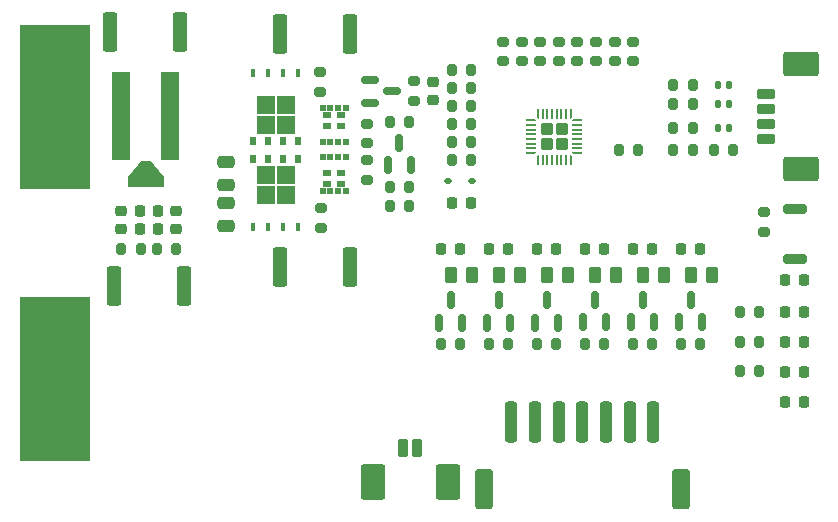
<source format=gbr>
%TF.GenerationSoftware,KiCad,Pcbnew,7.0.5*%
%TF.CreationDate,2023-06-27T23:48:29+08:00*%
%TF.ProjectId,BQ40Z80,42513430-5a38-4302-9e6b-696361645f70,rev?*%
%TF.SameCoordinates,Original*%
%TF.FileFunction,Paste,Top*%
%TF.FilePolarity,Positive*%
%FSLAX46Y46*%
G04 Gerber Fmt 4.6, Leading zero omitted, Abs format (unit mm)*
G04 Created by KiCad (PCBNEW 7.0.5) date 2023-06-27 23:48:29*
%MOMM*%
%LPD*%
G01*
G04 APERTURE LIST*
G04 Aperture macros list*
%AMRoundRect*
0 Rectangle with rounded corners*
0 $1 Rounding radius*
0 $2 $3 $4 $5 $6 $7 $8 $9 X,Y pos of 4 corners*
0 Add a 4 corners polygon primitive as box body*
4,1,4,$2,$3,$4,$5,$6,$7,$8,$9,$2,$3,0*
0 Add four circle primitives for the rounded corners*
1,1,$1+$1,$2,$3*
1,1,$1+$1,$4,$5*
1,1,$1+$1,$6,$7*
1,1,$1+$1,$8,$9*
0 Add four rect primitives between the rounded corners*
20,1,$1+$1,$2,$3,$4,$5,0*
20,1,$1+$1,$4,$5,$6,$7,0*
20,1,$1+$1,$6,$7,$8,$9,0*
20,1,$1+$1,$8,$9,$2,$3,0*%
%AMFreePoly0*
4,1,14,0.314644,0.085355,0.385355,0.014644,0.400000,-0.020711,0.400000,-0.050000,0.385355,-0.085355,0.350000,-0.100000,-0.350000,-0.100000,-0.385355,-0.085355,-0.400000,-0.050000,-0.400000,0.050000,-0.385355,0.085355,-0.350000,0.100000,0.279289,0.100000,0.314644,0.085355,0.314644,0.085355,$1*%
%AMFreePoly1*
4,1,14,0.385355,0.085355,0.400000,0.050000,0.400000,0.020711,0.385355,-0.014645,0.314644,-0.085355,0.279289,-0.100000,-0.350000,-0.100000,-0.385355,-0.085355,-0.400000,-0.050000,-0.400000,0.050000,-0.385355,0.085355,-0.350000,0.100000,0.350000,0.100000,0.385355,0.085355,0.385355,0.085355,$1*%
%AMFreePoly2*
4,1,14,0.085355,0.385355,0.100000,0.350000,0.100000,-0.350000,0.085355,-0.385355,0.050000,-0.400000,-0.050000,-0.400000,-0.085355,-0.385355,-0.100000,-0.350000,-0.100000,0.279289,-0.085355,0.314644,-0.014645,0.385355,0.020711,0.400000,0.050000,0.400000,0.085355,0.385355,0.085355,0.385355,$1*%
%AMFreePoly3*
4,1,14,0.014644,0.385355,0.085355,0.314644,0.100000,0.279289,0.100000,-0.350000,0.085355,-0.385355,0.050000,-0.400000,-0.050000,-0.400000,-0.085355,-0.385355,-0.100000,-0.350000,-0.100000,0.350000,-0.085355,0.385355,-0.050000,0.400000,-0.020711,0.400000,0.014644,0.385355,0.014644,0.385355,$1*%
%AMFreePoly4*
4,1,14,0.385355,0.085355,0.400000,0.050000,0.400000,-0.050000,0.385355,-0.085355,0.350000,-0.100000,-0.279289,-0.100000,-0.314645,-0.085355,-0.385355,-0.014644,-0.400000,0.020711,-0.400000,0.050000,-0.385355,0.085355,-0.350000,0.100000,0.350000,0.100000,0.385355,0.085355,0.385355,0.085355,$1*%
%AMFreePoly5*
4,1,14,0.385355,0.085355,0.400000,0.050000,0.400000,-0.050000,0.385355,-0.085355,0.350000,-0.100000,-0.350000,-0.100000,-0.385355,-0.085355,-0.400000,-0.050000,-0.400000,-0.020711,-0.385355,0.014644,-0.314645,0.085355,-0.279289,0.100000,0.350000,0.100000,0.385355,0.085355,0.385355,0.085355,$1*%
%AMFreePoly6*
4,1,14,0.085355,0.385355,0.100000,0.350000,0.100000,-0.279289,0.085355,-0.314645,0.014644,-0.385355,-0.020711,-0.400000,-0.050000,-0.400000,-0.085355,-0.385355,-0.100000,-0.350000,-0.100000,0.350000,-0.085355,0.385355,-0.050000,0.400000,0.050000,0.400000,0.085355,0.385355,0.085355,0.385355,$1*%
%AMFreePoly7*
4,1,14,0.085355,0.385355,0.100000,0.350000,0.100000,-0.350000,0.085355,-0.385355,0.050000,-0.400000,0.020711,-0.400000,-0.014645,-0.385355,-0.085355,-0.314644,-0.100000,-0.279289,-0.100000,0.350000,-0.085355,0.385355,-0.050000,0.400000,0.050000,0.400000,0.085355,0.385355,0.085355,0.385355,$1*%
%AMFreePoly8*
4,1,13,3.742426,0.742426,3.760000,0.700000,3.760000,-0.700000,3.742426,-0.742426,3.700000,-0.760000,-3.700000,-0.760000,-3.742426,-0.742426,-3.760000,-0.700000,-3.760000,0.700000,-3.742426,0.742426,-3.700000,0.760000,3.700000,0.760000,3.742426,0.742426,3.742426,0.742426,$1*%
%AMFreePoly9*
4,1,27,-0.306292,1.552250,-0.286916,1.546364,1.113084,0.396364,1.114550,0.393617,1.117426,0.392426,1.125176,0.373715,1.134713,0.355854,1.133808,0.352876,1.135000,0.350000,1.135000,-0.350000,1.133808,-0.352876,1.134713,-0.355854,1.125176,-0.373715,1.117426,-0.392426,1.114550,-0.393617,1.113084,-0.396364,-0.286916,-1.546364,-0.306292,-1.552250,-0.325000,-1.560000,-1.075000,-1.560000,
-1.117426,-1.542426,-1.135000,-1.500000,-1.135000,1.500000,-1.117426,1.542426,-1.075000,1.560000,-0.325000,1.560000,-0.306292,1.552250,-0.306292,1.552250,$1*%
G04 Aperture macros list end*
%ADD10RoundRect,0.200000X0.275000X-0.200000X0.275000X0.200000X-0.275000X0.200000X-0.275000X-0.200000X0*%
%ADD11R,6.000000X14.000000*%
%ADD12RoundRect,0.200000X0.200000X0.275000X-0.200000X0.275000X-0.200000X-0.275000X0.200000X-0.275000X0*%
%ADD13RoundRect,0.250000X-0.362500X-1.425000X0.362500X-1.425000X0.362500X1.425000X-0.362500X1.425000X0*%
%ADD14RoundRect,0.200000X-0.275000X0.200000X-0.275000X-0.200000X0.275000X-0.200000X0.275000X0.200000X0*%
%ADD15RoundRect,0.250000X-0.262500X-0.450000X0.262500X-0.450000X0.262500X0.450000X-0.262500X0.450000X0*%
%ADD16RoundRect,0.218750X-0.218750X-0.256250X0.218750X-0.256250X0.218750X0.256250X-0.218750X0.256250X0*%
%ADD17RoundRect,0.225000X-0.225000X-0.250000X0.225000X-0.250000X0.225000X0.250000X-0.225000X0.250000X0*%
%ADD18RoundRect,0.200000X0.600000X-0.200000X0.600000X0.200000X-0.600000X0.200000X-0.600000X-0.200000X0*%
%ADD19RoundRect,0.250001X1.249999X-0.799999X1.249999X0.799999X-1.249999X0.799999X-1.249999X-0.799999X0*%
%ADD20RoundRect,0.200000X-0.200000X-0.275000X0.200000X-0.275000X0.200000X0.275000X-0.200000X0.275000X0*%
%ADD21RoundRect,0.147500X0.147500X0.172500X-0.147500X0.172500X-0.147500X-0.172500X0.147500X-0.172500X0*%
%ADD22RoundRect,0.225000X0.225000X0.250000X-0.225000X0.250000X-0.225000X-0.250000X0.225000X-0.250000X0*%
%ADD23RoundRect,0.150000X0.150000X-0.587500X0.150000X0.587500X-0.150000X0.587500X-0.150000X-0.587500X0*%
%ADD24R,1.500000X1.500000*%
%ADD25R,0.500000X0.750000*%
%ADD26R,0.400000X0.750000*%
%ADD27RoundRect,0.250000X0.285000X-0.285000X0.285000X0.285000X-0.285000X0.285000X-0.285000X-0.285000X0*%
%ADD28FreePoly0,90.000000*%
%ADD29RoundRect,0.050000X0.050000X-0.350000X0.050000X0.350000X-0.050000X0.350000X-0.050000X-0.350000X0*%
%ADD30FreePoly1,90.000000*%
%ADD31FreePoly2,90.000000*%
%ADD32RoundRect,0.050000X0.350000X-0.050000X0.350000X0.050000X-0.350000X0.050000X-0.350000X-0.050000X0*%
%ADD33FreePoly3,90.000000*%
%ADD34FreePoly4,90.000000*%
%ADD35FreePoly5,90.000000*%
%ADD36FreePoly6,90.000000*%
%ADD37FreePoly7,90.000000*%
%ADD38RoundRect,0.200000X-0.800000X0.200000X-0.800000X-0.200000X0.800000X-0.200000X0.800000X0.200000X0*%
%ADD39R,0.738000X0.570000*%
%ADD40R,0.505000X0.630000*%
%ADD41R,0.500000X0.630000*%
%ADD42RoundRect,0.200000X-0.200000X-0.600000X0.200000X-0.600000X0.200000X0.600000X-0.200000X0.600000X0*%
%ADD43RoundRect,0.250001X-0.799999X-1.249999X0.799999X-1.249999X0.799999X1.249999X-0.799999X1.249999X0*%
%ADD44FreePoly8,90.000000*%
%ADD45FreePoly9,90.000000*%
%ADD46RoundRect,0.112500X0.187500X0.112500X-0.187500X0.112500X-0.187500X-0.112500X0.187500X-0.112500X0*%
%ADD47RoundRect,0.225000X0.250000X-0.225000X0.250000X0.225000X-0.250000X0.225000X-0.250000X-0.225000X0*%
%ADD48RoundRect,0.250000X-0.475000X0.250000X-0.475000X-0.250000X0.475000X-0.250000X0.475000X0.250000X0*%
%ADD49RoundRect,0.250000X-0.250000X-1.500000X0.250000X-1.500000X0.250000X1.500000X-0.250000X1.500000X0*%
%ADD50RoundRect,0.250001X-0.499999X-1.449999X0.499999X-1.449999X0.499999X1.449999X-0.499999X1.449999X0*%
%ADD51RoundRect,0.150000X-0.587500X-0.150000X0.587500X-0.150000X0.587500X0.150000X-0.587500X0.150000X0*%
%ADD52RoundRect,0.225000X-0.250000X0.225000X-0.250000X-0.225000X0.250000X-0.225000X0.250000X0.225000X0*%
%ADD53RoundRect,0.250000X0.362500X1.425000X-0.362500X1.425000X-0.362500X-1.425000X0.362500X-1.425000X0*%
G04 APERTURE END LIST*
D10*
%TO.C,R31*%
X141401800Y-107632000D03*
X141401800Y-105982000D03*
%TD*%
D11*
%TO.C,TP11*%
X103500000Y-134500000D03*
%TD*%
D12*
%TO.C,R28*%
X133453600Y-118317800D03*
X131803600Y-118317800D03*
%TD*%
D13*
%TO.C,R24*%
X108432600Y-126644400D03*
X114357600Y-126644400D03*
%TD*%
D14*
%TO.C,R14*%
X133858000Y-109347000D03*
X133858000Y-110997000D03*
%TD*%
D13*
%TO.C,R13*%
X108162500Y-105181400D03*
X114087500Y-105181400D03*
%TD*%
D15*
%TO.C,R2*%
X141024600Y-125751600D03*
X142849600Y-125751600D03*
%TD*%
D16*
%TO.C,D9*%
X165277800Y-136524200D03*
X166852800Y-136524200D03*
%TD*%
D17*
%TO.C,C12*%
X110629400Y-120319800D03*
X112179400Y-120319800D03*
%TD*%
D18*
%TO.C,J2*%
X163690600Y-114193800D03*
X163690600Y-112943800D03*
X163690600Y-111693800D03*
X163690600Y-110443800D03*
D19*
X166590600Y-116743800D03*
X166590600Y-107893800D03*
%TD*%
D20*
%TO.C,TH1*%
X151194000Y-115163600D03*
X152844000Y-115163600D03*
%TD*%
D17*
%TO.C,C4*%
X148377600Y-123567200D03*
X149927600Y-123567200D03*
%TD*%
D20*
%TO.C,R21*%
X137046200Y-109905800D03*
X138696200Y-109905800D03*
%TD*%
D14*
%TO.C,R46*%
X163499800Y-120434600D03*
X163499800Y-122084600D03*
%TD*%
D21*
%TO.C,D3*%
X160530400Y-111226600D03*
X159560400Y-111226600D03*
%TD*%
D14*
%TO.C,R16*%
X125933200Y-108572800D03*
X125933200Y-110222800D03*
%TD*%
%TO.C,R23*%
X129895600Y-116038000D03*
X129895600Y-117688000D03*
%TD*%
D17*
%TO.C,C6*%
X156505600Y-123567200D03*
X158055600Y-123567200D03*
%TD*%
%TO.C,C3*%
X144313600Y-123567200D03*
X145863600Y-123567200D03*
%TD*%
D15*
%TO.C,R1*%
X136962500Y-125751600D03*
X138787500Y-125751600D03*
%TD*%
D21*
%TO.C,D2*%
X160530400Y-113284000D03*
X159560400Y-113284000D03*
%TD*%
D17*
%TO.C,C13*%
X110629400Y-121843800D03*
X112179400Y-121843800D03*
%TD*%
D22*
%TO.C,C8*%
X138659200Y-119608600D03*
X137109200Y-119608600D03*
%TD*%
D23*
%TO.C,Q11*%
X131678600Y-116459000D03*
X133578600Y-116459000D03*
X132628600Y-114584000D03*
%TD*%
D21*
%TO.C,D4*%
X160530400Y-109651800D03*
X159560400Y-109651800D03*
%TD*%
D20*
%TO.C,R42*%
X155816800Y-109677200D03*
X157466800Y-109677200D03*
%TD*%
D23*
%TO.C,Q2*%
X140074600Y-129762500D03*
X141974600Y-129762500D03*
X141024600Y-127887500D03*
%TD*%
D15*
%TO.C,R5*%
X153218500Y-125751600D03*
X155043500Y-125751600D03*
%TD*%
D24*
%TO.C,Q12*%
X121324000Y-118979800D03*
X123024000Y-118979800D03*
X121324000Y-117279800D03*
X123024000Y-117279800D03*
D25*
X120269000Y-115874800D03*
X121539000Y-115874800D03*
X122809000Y-115874800D03*
X124079000Y-115874800D03*
D26*
X120269000Y-121679800D03*
X121539000Y-121679800D03*
X122809000Y-121679800D03*
X124079000Y-121679800D03*
%TD*%
D23*
%TO.C,Q4*%
X148202600Y-129737100D03*
X150102600Y-129737100D03*
X149152600Y-127862100D03*
%TD*%
D27*
%TO.C,U1*%
X145084800Y-114680200D03*
X146404800Y-114680200D03*
X145084800Y-113360200D03*
X146404800Y-113360200D03*
D28*
X144344800Y-115970200D03*
D29*
X144744800Y-115970200D03*
X145144800Y-115970200D03*
X145544800Y-115970200D03*
X145944800Y-115970200D03*
X146344800Y-115970200D03*
X146744800Y-115970200D03*
D30*
X147144800Y-115970200D03*
D31*
X147694800Y-115420200D03*
D32*
X147694800Y-115020200D03*
X147694800Y-114620200D03*
X147694800Y-114220200D03*
X147694800Y-113820200D03*
X147694800Y-113420200D03*
X147694800Y-113020200D03*
D33*
X147694800Y-112620200D03*
D34*
X147144800Y-112070200D03*
D29*
X146744800Y-112070200D03*
X146344800Y-112070200D03*
X145944800Y-112070200D03*
X145544800Y-112070200D03*
X145144800Y-112070200D03*
X144744800Y-112070200D03*
D35*
X144344800Y-112070200D03*
D36*
X143794800Y-112620200D03*
D32*
X143794800Y-113020200D03*
X143794800Y-113420200D03*
X143794800Y-113820200D03*
X143794800Y-114220200D03*
X143794800Y-114620200D03*
X143794800Y-115020200D03*
D37*
X143794800Y-115420200D03*
%TD*%
D12*
%TO.C,R47*%
X133453600Y-119892600D03*
X131803600Y-119892600D03*
%TD*%
D20*
%TO.C,R26*%
X112090200Y-123520200D03*
X113740200Y-123520200D03*
%TD*%
D24*
%TO.C,Q8*%
X123024000Y-111306000D03*
X121324000Y-111306000D03*
X123024000Y-113006000D03*
X121324000Y-113006000D03*
D25*
X124079000Y-114411000D03*
X122809000Y-114411000D03*
X121539000Y-114411000D03*
X120269000Y-114411000D03*
D26*
X124079000Y-108606000D03*
X122809000Y-108606000D03*
X121539000Y-108606000D03*
X120269000Y-108606000D03*
%TD*%
D16*
%TO.C,D8*%
X165277800Y-133934200D03*
X166852800Y-133934200D03*
%TD*%
D23*
%TO.C,Q1*%
X136010600Y-129762500D03*
X137910600Y-129762500D03*
X136960600Y-127887500D03*
%TD*%
D20*
%TO.C,R15*%
X137046200Y-108381800D03*
X138696200Y-108381800D03*
%TD*%
D38*
%TO.C,SW1*%
X166090600Y-120150200D03*
X166090600Y-124350200D03*
%TD*%
D10*
%TO.C,R30*%
X125958600Y-121729000D03*
X125958600Y-120079000D03*
%TD*%
D20*
%TO.C,R38*%
X159220400Y-115163600D03*
X160870400Y-115163600D03*
%TD*%
D39*
%TO.C,Q9*%
X126492000Y-113157000D03*
X127712000Y-113157000D03*
X126492000Y-112207000D03*
X127712000Y-112207000D03*
D40*
X126129500Y-111627000D03*
D41*
X126772000Y-111627000D03*
X127432000Y-111627000D03*
D40*
X128074500Y-111627000D03*
D41*
X126132000Y-114507000D03*
X126772000Y-114507000D03*
X127432000Y-114507000D03*
X128072000Y-114507000D03*
%TD*%
D42*
%TO.C,J1*%
X132902800Y-140373400D03*
X134152800Y-140373400D03*
D43*
X130352800Y-143273400D03*
X136702800Y-143273400D03*
%TD*%
D17*
%TO.C,C5*%
X152441600Y-123567200D03*
X153991600Y-123567200D03*
%TD*%
D20*
%TO.C,R41*%
X155816800Y-111252000D03*
X157466800Y-111252000D03*
%TD*%
D10*
%TO.C,R40*%
X152425400Y-107658400D03*
X152425400Y-106008400D03*
%TD*%
D12*
%TO.C,R10*%
X149977600Y-131593600D03*
X148327600Y-131593600D03*
%TD*%
D11*
%TO.C,TP1*%
X103500000Y-111500000D03*
%TD*%
D12*
%TO.C,R8*%
X141849600Y-131593600D03*
X140199600Y-131593600D03*
%TD*%
D20*
%TO.C,R49*%
X137046200Y-111429800D03*
X138696200Y-111429800D03*
%TD*%
D16*
%TO.C,D7*%
X165277700Y-131419600D03*
X166852700Y-131419600D03*
%TD*%
D12*
%TO.C,R25*%
X133463800Y-112750600D03*
X131813800Y-112750600D03*
%TD*%
D44*
%TO.C,F1*%
X109082400Y-112268400D03*
D45*
X111132400Y-117144400D03*
D44*
X113182400Y-112268400D03*
%TD*%
D10*
%TO.C,R36*%
X147701000Y-107619800D03*
X147701000Y-105969800D03*
%TD*%
D46*
%TO.C,D1*%
X138811000Y-117779800D03*
X136711000Y-117779800D03*
%TD*%
D10*
%TO.C,R33*%
X144551400Y-107632000D03*
X144551400Y-105982000D03*
%TD*%
D20*
%TO.C,R45*%
X161443400Y-133878800D03*
X163093400Y-133878800D03*
%TD*%
D17*
%TO.C,C2*%
X140249600Y-123567200D03*
X141799600Y-123567200D03*
%TD*%
D12*
%TO.C,R11*%
X154041600Y-131593600D03*
X152391600Y-131593600D03*
%TD*%
D47*
%TO.C,C10*%
X109041200Y-121831400D03*
X109041200Y-120281400D03*
%TD*%
D10*
%TO.C,R39*%
X149275800Y-107645200D03*
X149275800Y-105995200D03*
%TD*%
D17*
%TO.C,C1*%
X136185600Y-123567200D03*
X137735600Y-123567200D03*
%TD*%
D20*
%TO.C,R35*%
X155816800Y-113309400D03*
X157466800Y-113309400D03*
%TD*%
D16*
%TO.C,D5*%
X165277800Y-126164200D03*
X166852800Y-126164200D03*
%TD*%
D12*
%TO.C,R12*%
X158105600Y-131593600D03*
X156455600Y-131593600D03*
%TD*%
D16*
%TO.C,D6*%
X165277700Y-128855800D03*
X166852700Y-128855800D03*
%TD*%
D12*
%TO.C,R7*%
X137785600Y-131593600D03*
X136135600Y-131593600D03*
%TD*%
D47*
%TO.C,C14*%
X113740200Y-121856800D03*
X113740200Y-120306800D03*
%TD*%
D12*
%TO.C,R22*%
X110718600Y-123520200D03*
X109068600Y-123520200D03*
%TD*%
D23*
%TO.C,Q6*%
X156330600Y-129737100D03*
X158230600Y-129737100D03*
X157280600Y-127862100D03*
%TD*%
D13*
%TO.C,R17*%
X122538900Y-105333800D03*
X128463900Y-105333800D03*
%TD*%
D10*
%TO.C,R37*%
X146126200Y-107632000D03*
X146126200Y-105982000D03*
%TD*%
D20*
%TO.C,R19*%
X137059200Y-114477800D03*
X138709200Y-114477800D03*
%TD*%
%TO.C,R18*%
X137059200Y-116001800D03*
X138709200Y-116001800D03*
%TD*%
%TO.C,R48*%
X155803600Y-115163600D03*
X157453600Y-115163600D03*
%TD*%
D10*
%TO.C,R34*%
X150850600Y-107658400D03*
X150850600Y-106008400D03*
%TD*%
D15*
%TO.C,R3*%
X145090500Y-125751600D03*
X146915500Y-125751600D03*
%TD*%
D20*
%TO.C,R27*%
X137046200Y-112953800D03*
X138696200Y-112953800D03*
%TD*%
D23*
%TO.C,Q5*%
X152266600Y-129737100D03*
X154166600Y-129737100D03*
X153216600Y-127862100D03*
%TD*%
D12*
%TO.C,R9*%
X145913600Y-131593600D03*
X144263600Y-131593600D03*
%TD*%
D48*
%TO.C,C11*%
X117932200Y-119659400D03*
X117932200Y-121559400D03*
%TD*%
D39*
%TO.C,Q10*%
X127716400Y-117123200D03*
X126496400Y-117123200D03*
X127716400Y-118073200D03*
X126496400Y-118073200D03*
D40*
X128078900Y-118653200D03*
D41*
X127436400Y-118653200D03*
X126776400Y-118653200D03*
D40*
X126133900Y-118653200D03*
D41*
X128076400Y-115773200D03*
X127436400Y-115773200D03*
X126776400Y-115773200D03*
X126136400Y-115773200D03*
%TD*%
D48*
%TO.C,C9*%
X117932200Y-116194800D03*
X117932200Y-118094800D03*
%TD*%
D49*
%TO.C,J3*%
X142107400Y-138145400D03*
X144107400Y-138145400D03*
X146107400Y-138145400D03*
X148107400Y-138145400D03*
X150107400Y-138145400D03*
X152107400Y-138145400D03*
X154107400Y-138145400D03*
D50*
X139757400Y-143895400D03*
X156457400Y-143895400D03*
%TD*%
D23*
%TO.C,Q3*%
X144138600Y-129762500D03*
X146038600Y-129762500D03*
X145088600Y-127887500D03*
%TD*%
D51*
%TO.C,Q7*%
X130149600Y-109237200D03*
X130149600Y-111137200D03*
X132024600Y-110187200D03*
%TD*%
D14*
%TO.C,R20*%
X129895600Y-112914800D03*
X129895600Y-114564800D03*
%TD*%
D20*
%TO.C,R43*%
X161443400Y-128858800D03*
X163093400Y-128858800D03*
%TD*%
D15*
%TO.C,R6*%
X157282500Y-125751600D03*
X159107500Y-125751600D03*
%TD*%
%TO.C,R4*%
X149154500Y-125751600D03*
X150979500Y-125751600D03*
%TD*%
D20*
%TO.C,R44*%
X161443400Y-131368800D03*
X163093400Y-131368800D03*
%TD*%
D10*
%TO.C,R32*%
X142976600Y-107632000D03*
X142976600Y-105982000D03*
%TD*%
D52*
%TO.C,C7*%
X135435100Y-109407200D03*
X135435100Y-110957200D03*
%TD*%
D53*
%TO.C,R29*%
X128463900Y-125044200D03*
X122538900Y-125044200D03*
%TD*%
M02*

</source>
